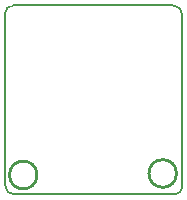
<source format=gko>
G04*
G04 #@! TF.GenerationSoftware,Altium Limited,Altium Designer,21.2.0 (30)*
G04*
G04 Layer_Color=16711935*
%FSLAX24Y24*%
%MOIN*%
G70*
G04*
G04 #@! TF.SameCoordinates,F2F7C35C-2EFF-4099-9E54-F5DBC4FB75ED*
G04*
G04*
G04 #@! TF.FilePolarity,Positive*
G04*
G01*
G75*
%ADD13C,0.0100*%
%ADD41C,0.0050*%
D13*
X29861Y17200D02*
G03*
X29861Y17200I-461J0D01*
G01*
X34511Y17250D02*
G03*
X34511Y17250I-461J0D01*
G01*
D41*
X29050Y22850D02*
G03*
X28800Y22600I0J-250D01*
G01*
Y16850D02*
G03*
X29100Y16550I300J0D01*
G01*
X34450D02*
G03*
X34700Y16800I0J250D01*
G01*
Y22550D02*
G03*
X34400Y22850I-300J0D01*
G01*
X28800Y16850D02*
Y22600D01*
X29100Y16550D02*
X34450D01*
X34700Y16800D02*
Y22550D01*
X29050Y22850D02*
X34400D01*
M02*

</source>
